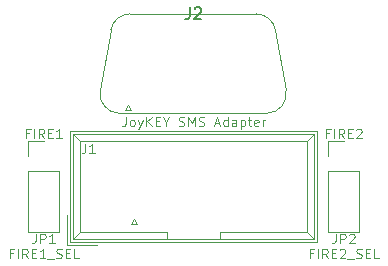
<source format=gto>
G04 #@! TF.GenerationSoftware,KiCad,Pcbnew,(5.1.5)-3*
G04 #@! TF.CreationDate,2020-12-10T23:53:19+01:00*
G04 #@! TF.ProjectId,SMS Adapter,534d5320-4164-4617-9074-65722e6b6963,rev?*
G04 #@! TF.SameCoordinates,Original*
G04 #@! TF.FileFunction,Legend,Top*
G04 #@! TF.FilePolarity,Positive*
%FSLAX46Y46*%
G04 Gerber Fmt 4.6, Leading zero omitted, Abs format (unit mm)*
G04 Created by KiCad (PCBNEW (5.1.5)-3) date 2020-12-10 23:53:19*
%MOMM*%
%LPD*%
G04 APERTURE LIST*
%ADD10C,0.100000*%
%ADD11C,0.120000*%
%ADD12C,0.150000*%
G04 APERTURE END LIST*
D10*
X128320952Y-83762857D02*
X128054285Y-83762857D01*
X128054285Y-84181904D02*
X128054285Y-83381904D01*
X128435238Y-83381904D01*
X128740000Y-84181904D02*
X128740000Y-83381904D01*
X129578095Y-84181904D02*
X129311428Y-83800952D01*
X129120952Y-84181904D02*
X129120952Y-83381904D01*
X129425714Y-83381904D01*
X129501904Y-83420000D01*
X129540000Y-83458095D01*
X129578095Y-83534285D01*
X129578095Y-83648571D01*
X129540000Y-83724761D01*
X129501904Y-83762857D01*
X129425714Y-83800952D01*
X129120952Y-83800952D01*
X129920952Y-83762857D02*
X130187619Y-83762857D01*
X130301904Y-84181904D02*
X129920952Y-84181904D01*
X129920952Y-83381904D01*
X130301904Y-83381904D01*
X131063809Y-84181904D02*
X130606666Y-84181904D01*
X130835238Y-84181904D02*
X130835238Y-83381904D01*
X130759047Y-83496190D01*
X130682857Y-83572380D01*
X130606666Y-83610476D01*
X153720952Y-83762857D02*
X153454285Y-83762857D01*
X153454285Y-84181904D02*
X153454285Y-83381904D01*
X153835238Y-83381904D01*
X154140000Y-84181904D02*
X154140000Y-83381904D01*
X154978095Y-84181904D02*
X154711428Y-83800952D01*
X154520952Y-84181904D02*
X154520952Y-83381904D01*
X154825714Y-83381904D01*
X154901904Y-83420000D01*
X154940000Y-83458095D01*
X154978095Y-83534285D01*
X154978095Y-83648571D01*
X154940000Y-83724761D01*
X154901904Y-83762857D01*
X154825714Y-83800952D01*
X154520952Y-83800952D01*
X155320952Y-83762857D02*
X155587619Y-83762857D01*
X155701904Y-84181904D02*
X155320952Y-84181904D01*
X155320952Y-83381904D01*
X155701904Y-83381904D01*
X156006666Y-83458095D02*
X156044761Y-83420000D01*
X156120952Y-83381904D01*
X156311428Y-83381904D01*
X156387619Y-83420000D01*
X156425714Y-83458095D01*
X156463809Y-83534285D01*
X156463809Y-83610476D01*
X156425714Y-83724761D01*
X155968571Y-84181904D01*
X156463809Y-84181904D01*
X136506666Y-82365904D02*
X136506666Y-82937333D01*
X136468571Y-83051619D01*
X136392380Y-83127809D01*
X136278095Y-83165904D01*
X136201904Y-83165904D01*
X137001904Y-83165904D02*
X136925714Y-83127809D01*
X136887619Y-83089714D01*
X136849523Y-83013523D01*
X136849523Y-82784952D01*
X136887619Y-82708761D01*
X136925714Y-82670666D01*
X137001904Y-82632571D01*
X137116190Y-82632571D01*
X137192380Y-82670666D01*
X137230476Y-82708761D01*
X137268571Y-82784952D01*
X137268571Y-83013523D01*
X137230476Y-83089714D01*
X137192380Y-83127809D01*
X137116190Y-83165904D01*
X137001904Y-83165904D01*
X137535238Y-82632571D02*
X137725714Y-83165904D01*
X137916190Y-82632571D02*
X137725714Y-83165904D01*
X137649523Y-83356380D01*
X137611428Y-83394476D01*
X137535238Y-83432571D01*
X138220952Y-83165904D02*
X138220952Y-82365904D01*
X138678095Y-83165904D02*
X138335238Y-82708761D01*
X138678095Y-82365904D02*
X138220952Y-82823047D01*
X139020952Y-82746857D02*
X139287619Y-82746857D01*
X139401904Y-83165904D02*
X139020952Y-83165904D01*
X139020952Y-82365904D01*
X139401904Y-82365904D01*
X139897142Y-82784952D02*
X139897142Y-83165904D01*
X139630476Y-82365904D02*
X139897142Y-82784952D01*
X140163809Y-82365904D01*
X141001904Y-83127809D02*
X141116190Y-83165904D01*
X141306666Y-83165904D01*
X141382857Y-83127809D01*
X141420952Y-83089714D01*
X141459047Y-83013523D01*
X141459047Y-82937333D01*
X141420952Y-82861142D01*
X141382857Y-82823047D01*
X141306666Y-82784952D01*
X141154285Y-82746857D01*
X141078095Y-82708761D01*
X141040000Y-82670666D01*
X141001904Y-82594476D01*
X141001904Y-82518285D01*
X141040000Y-82442095D01*
X141078095Y-82404000D01*
X141154285Y-82365904D01*
X141344761Y-82365904D01*
X141459047Y-82404000D01*
X141801904Y-83165904D02*
X141801904Y-82365904D01*
X142068571Y-82937333D01*
X142335238Y-82365904D01*
X142335238Y-83165904D01*
X142678095Y-83127809D02*
X142792380Y-83165904D01*
X142982857Y-83165904D01*
X143059047Y-83127809D01*
X143097142Y-83089714D01*
X143135238Y-83013523D01*
X143135238Y-82937333D01*
X143097142Y-82861142D01*
X143059047Y-82823047D01*
X142982857Y-82784952D01*
X142830476Y-82746857D01*
X142754285Y-82708761D01*
X142716190Y-82670666D01*
X142678095Y-82594476D01*
X142678095Y-82518285D01*
X142716190Y-82442095D01*
X142754285Y-82404000D01*
X142830476Y-82365904D01*
X143020952Y-82365904D01*
X143135238Y-82404000D01*
X144049523Y-82937333D02*
X144430476Y-82937333D01*
X143973333Y-83165904D02*
X144240000Y-82365904D01*
X144506666Y-83165904D01*
X145116190Y-83165904D02*
X145116190Y-82365904D01*
X145116190Y-83127809D02*
X145040000Y-83165904D01*
X144887619Y-83165904D01*
X144811428Y-83127809D01*
X144773333Y-83089714D01*
X144735238Y-83013523D01*
X144735238Y-82784952D01*
X144773333Y-82708761D01*
X144811428Y-82670666D01*
X144887619Y-82632571D01*
X145040000Y-82632571D01*
X145116190Y-82670666D01*
X145840000Y-83165904D02*
X145840000Y-82746857D01*
X145801904Y-82670666D01*
X145725714Y-82632571D01*
X145573333Y-82632571D01*
X145497142Y-82670666D01*
X145840000Y-83127809D02*
X145763809Y-83165904D01*
X145573333Y-83165904D01*
X145497142Y-83127809D01*
X145459047Y-83051619D01*
X145459047Y-82975428D01*
X145497142Y-82899238D01*
X145573333Y-82861142D01*
X145763809Y-82861142D01*
X145840000Y-82823047D01*
X146220952Y-82632571D02*
X146220952Y-83432571D01*
X146220952Y-82670666D02*
X146297142Y-82632571D01*
X146449523Y-82632571D01*
X146525714Y-82670666D01*
X146563809Y-82708761D01*
X146601904Y-82784952D01*
X146601904Y-83013523D01*
X146563809Y-83089714D01*
X146525714Y-83127809D01*
X146449523Y-83165904D01*
X146297142Y-83165904D01*
X146220952Y-83127809D01*
X146830476Y-82632571D02*
X147135238Y-82632571D01*
X146944761Y-82365904D02*
X146944761Y-83051619D01*
X146982857Y-83127809D01*
X147059047Y-83165904D01*
X147135238Y-83165904D01*
X147706666Y-83127809D02*
X147630476Y-83165904D01*
X147478095Y-83165904D01*
X147401904Y-83127809D01*
X147363809Y-83051619D01*
X147363809Y-82746857D01*
X147401904Y-82670666D01*
X147478095Y-82632571D01*
X147630476Y-82632571D01*
X147706666Y-82670666D01*
X147744761Y-82746857D01*
X147744761Y-82823047D01*
X147363809Y-82899238D01*
X148087619Y-83165904D02*
X148087619Y-82632571D01*
X148087619Y-82784952D02*
X148125714Y-82708761D01*
X148163809Y-82670666D01*
X148240000Y-82632571D01*
X148316190Y-82632571D01*
D11*
X153610000Y-92135000D02*
X156270000Y-92135000D01*
X153610000Y-86995000D02*
X153610000Y-92135000D01*
X156270000Y-86995000D02*
X156270000Y-92135000D01*
X153610000Y-86995000D02*
X156270000Y-86995000D01*
X153610000Y-85725000D02*
X153610000Y-84395000D01*
X153610000Y-84395000D02*
X154940000Y-84395000D01*
X137473500Y-91420438D02*
X136973500Y-91420438D01*
X136973500Y-91420438D02*
X137223500Y-90987425D01*
X137223500Y-90987425D02*
X137473500Y-91420438D01*
X131560000Y-93190000D02*
X131560000Y-90650000D01*
X131560000Y-93190000D02*
X134100000Y-93190000D01*
X131810000Y-92940000D02*
X131810000Y-83590000D01*
X152670000Y-92940000D02*
X131810000Y-92940000D01*
X152670000Y-83590000D02*
X152670000Y-92940000D01*
X131810000Y-83590000D02*
X152670000Y-83590000D01*
D10*
X152420000Y-92690000D02*
X151860000Y-92140000D01*
X132060000Y-92690000D02*
X132600000Y-92140000D01*
X152420000Y-83840000D02*
X151860000Y-84390000D01*
X132060000Y-83840000D02*
X132600000Y-84390000D01*
X151860000Y-84390000D02*
X151860000Y-92140000D01*
X152420000Y-83840000D02*
X152420000Y-92690000D01*
X132600000Y-84390000D02*
X132600000Y-92140000D01*
X132060000Y-83840000D02*
X132060000Y-92690000D01*
X144490000Y-92140000D02*
X144490000Y-92690000D01*
X139990000Y-92140000D02*
X139990000Y-92690000D01*
X144490000Y-92140000D02*
X151860000Y-92140000D01*
X132600000Y-92140000D02*
X139990000Y-92140000D01*
X132060000Y-92690000D02*
X152420000Y-92690000D01*
X132600000Y-84390000D02*
X151860000Y-84390000D01*
X132060000Y-83840000D02*
X152420000Y-83840000D01*
D11*
X150065570Y-80127844D02*
X149166302Y-75027844D01*
X134332630Y-80127844D02*
X135231898Y-75027844D01*
X147531521Y-73656100D02*
X136866679Y-73656100D01*
X148430789Y-82076100D02*
X135967411Y-82076100D01*
X136715500Y-81335425D02*
X136965500Y-81768438D01*
X136465500Y-81768438D02*
X136715500Y-81335425D01*
X136965500Y-81768438D02*
X136465500Y-81768438D01*
X135231898Y-75027844D02*
G75*
G02X136866679Y-73656100I1634781J-288256D01*
G01*
X149166302Y-75027844D02*
G75*
G03X147531521Y-73656100I-1634781J-288256D01*
G01*
X134332630Y-80127844D02*
G75*
G03X135967411Y-82076100I1634781J-288256D01*
G01*
X150065570Y-80127844D02*
G75*
G02X148430789Y-82076100I-1634781J-288256D01*
G01*
X128210000Y-84395000D02*
X129540000Y-84395000D01*
X128210000Y-85725000D02*
X128210000Y-84395000D01*
X128210000Y-86995000D02*
X130870000Y-86995000D01*
X130870000Y-86995000D02*
X130870000Y-92135000D01*
X128210000Y-86995000D02*
X128210000Y-92135000D01*
X128210000Y-92135000D02*
X130870000Y-92135000D01*
D10*
X154273333Y-92271904D02*
X154273333Y-92843333D01*
X154235238Y-92957619D01*
X154159047Y-93033809D01*
X154044761Y-93071904D01*
X153968571Y-93071904D01*
X154654285Y-93071904D02*
X154654285Y-92271904D01*
X154959047Y-92271904D01*
X155035238Y-92310000D01*
X155073333Y-92348095D01*
X155111428Y-92424285D01*
X155111428Y-92538571D01*
X155073333Y-92614761D01*
X155035238Y-92652857D01*
X154959047Y-92690952D01*
X154654285Y-92690952D01*
X155416190Y-92348095D02*
X155454285Y-92310000D01*
X155530476Y-92271904D01*
X155720952Y-92271904D01*
X155797142Y-92310000D01*
X155835238Y-92348095D01*
X155873333Y-92424285D01*
X155873333Y-92500476D01*
X155835238Y-92614761D01*
X155378095Y-93071904D01*
X155873333Y-93071904D01*
X152349523Y-93922857D02*
X152082857Y-93922857D01*
X152082857Y-94341904D02*
X152082857Y-93541904D01*
X152463809Y-93541904D01*
X152768571Y-94341904D02*
X152768571Y-93541904D01*
X153606666Y-94341904D02*
X153340000Y-93960952D01*
X153149523Y-94341904D02*
X153149523Y-93541904D01*
X153454285Y-93541904D01*
X153530476Y-93580000D01*
X153568571Y-93618095D01*
X153606666Y-93694285D01*
X153606666Y-93808571D01*
X153568571Y-93884761D01*
X153530476Y-93922857D01*
X153454285Y-93960952D01*
X153149523Y-93960952D01*
X153949523Y-93922857D02*
X154216190Y-93922857D01*
X154330476Y-94341904D02*
X153949523Y-94341904D01*
X153949523Y-93541904D01*
X154330476Y-93541904D01*
X154635238Y-93618095D02*
X154673333Y-93580000D01*
X154749523Y-93541904D01*
X154940000Y-93541904D01*
X155016190Y-93580000D01*
X155054285Y-93618095D01*
X155092380Y-93694285D01*
X155092380Y-93770476D01*
X155054285Y-93884761D01*
X154597142Y-94341904D01*
X155092380Y-94341904D01*
X155244761Y-94418095D02*
X155854285Y-94418095D01*
X156006666Y-94303809D02*
X156120952Y-94341904D01*
X156311428Y-94341904D01*
X156387619Y-94303809D01*
X156425714Y-94265714D01*
X156463809Y-94189523D01*
X156463809Y-94113333D01*
X156425714Y-94037142D01*
X156387619Y-93999047D01*
X156311428Y-93960952D01*
X156159047Y-93922857D01*
X156082857Y-93884761D01*
X156044761Y-93846666D01*
X156006666Y-93770476D01*
X156006666Y-93694285D01*
X156044761Y-93618095D01*
X156082857Y-93580000D01*
X156159047Y-93541904D01*
X156349523Y-93541904D01*
X156463809Y-93580000D01*
X156806666Y-93922857D02*
X157073333Y-93922857D01*
X157187619Y-94341904D02*
X156806666Y-94341904D01*
X156806666Y-93541904D01*
X157187619Y-93541904D01*
X157911428Y-94341904D02*
X157530476Y-94341904D01*
X157530476Y-93541904D01*
X133083333Y-84651904D02*
X133083333Y-85223333D01*
X133045238Y-85337619D01*
X132969047Y-85413809D01*
X132854761Y-85451904D01*
X132778571Y-85451904D01*
X133883333Y-85451904D02*
X133426190Y-85451904D01*
X133654761Y-85451904D02*
X133654761Y-84651904D01*
X133578571Y-84766190D01*
X133502380Y-84842380D01*
X133426190Y-84880476D01*
D12*
X141906666Y-73112380D02*
X141906666Y-73826666D01*
X141859047Y-73969523D01*
X141763809Y-74064761D01*
X141620952Y-74112380D01*
X141525714Y-74112380D01*
X142335238Y-73207619D02*
X142382857Y-73160000D01*
X142478095Y-73112380D01*
X142716190Y-73112380D01*
X142811428Y-73160000D01*
X142859047Y-73207619D01*
X142906666Y-73302857D01*
X142906666Y-73398095D01*
X142859047Y-73540952D01*
X142287619Y-74112380D01*
X142906666Y-74112380D01*
D10*
X128873333Y-92271904D02*
X128873333Y-92843333D01*
X128835238Y-92957619D01*
X128759047Y-93033809D01*
X128644761Y-93071904D01*
X128568571Y-93071904D01*
X129254285Y-93071904D02*
X129254285Y-92271904D01*
X129559047Y-92271904D01*
X129635238Y-92310000D01*
X129673333Y-92348095D01*
X129711428Y-92424285D01*
X129711428Y-92538571D01*
X129673333Y-92614761D01*
X129635238Y-92652857D01*
X129559047Y-92690952D01*
X129254285Y-92690952D01*
X130473333Y-93071904D02*
X130016190Y-93071904D01*
X130244761Y-93071904D02*
X130244761Y-92271904D01*
X130168571Y-92386190D01*
X130092380Y-92462380D01*
X130016190Y-92500476D01*
X126949523Y-93922857D02*
X126682857Y-93922857D01*
X126682857Y-94341904D02*
X126682857Y-93541904D01*
X127063809Y-93541904D01*
X127368571Y-94341904D02*
X127368571Y-93541904D01*
X128206666Y-94341904D02*
X127940000Y-93960952D01*
X127749523Y-94341904D02*
X127749523Y-93541904D01*
X128054285Y-93541904D01*
X128130476Y-93580000D01*
X128168571Y-93618095D01*
X128206666Y-93694285D01*
X128206666Y-93808571D01*
X128168571Y-93884761D01*
X128130476Y-93922857D01*
X128054285Y-93960952D01*
X127749523Y-93960952D01*
X128549523Y-93922857D02*
X128816190Y-93922857D01*
X128930476Y-94341904D02*
X128549523Y-94341904D01*
X128549523Y-93541904D01*
X128930476Y-93541904D01*
X129692380Y-94341904D02*
X129235238Y-94341904D01*
X129463809Y-94341904D02*
X129463809Y-93541904D01*
X129387619Y-93656190D01*
X129311428Y-93732380D01*
X129235238Y-93770476D01*
X129844761Y-94418095D02*
X130454285Y-94418095D01*
X130606666Y-94303809D02*
X130720952Y-94341904D01*
X130911428Y-94341904D01*
X130987619Y-94303809D01*
X131025714Y-94265714D01*
X131063809Y-94189523D01*
X131063809Y-94113333D01*
X131025714Y-94037142D01*
X130987619Y-93999047D01*
X130911428Y-93960952D01*
X130759047Y-93922857D01*
X130682857Y-93884761D01*
X130644761Y-93846666D01*
X130606666Y-93770476D01*
X130606666Y-93694285D01*
X130644761Y-93618095D01*
X130682857Y-93580000D01*
X130759047Y-93541904D01*
X130949523Y-93541904D01*
X131063809Y-93580000D01*
X131406666Y-93922857D02*
X131673333Y-93922857D01*
X131787619Y-94341904D02*
X131406666Y-94341904D01*
X131406666Y-93541904D01*
X131787619Y-93541904D01*
X132511428Y-94341904D02*
X132130476Y-94341904D01*
X132130476Y-93541904D01*
M02*

</source>
